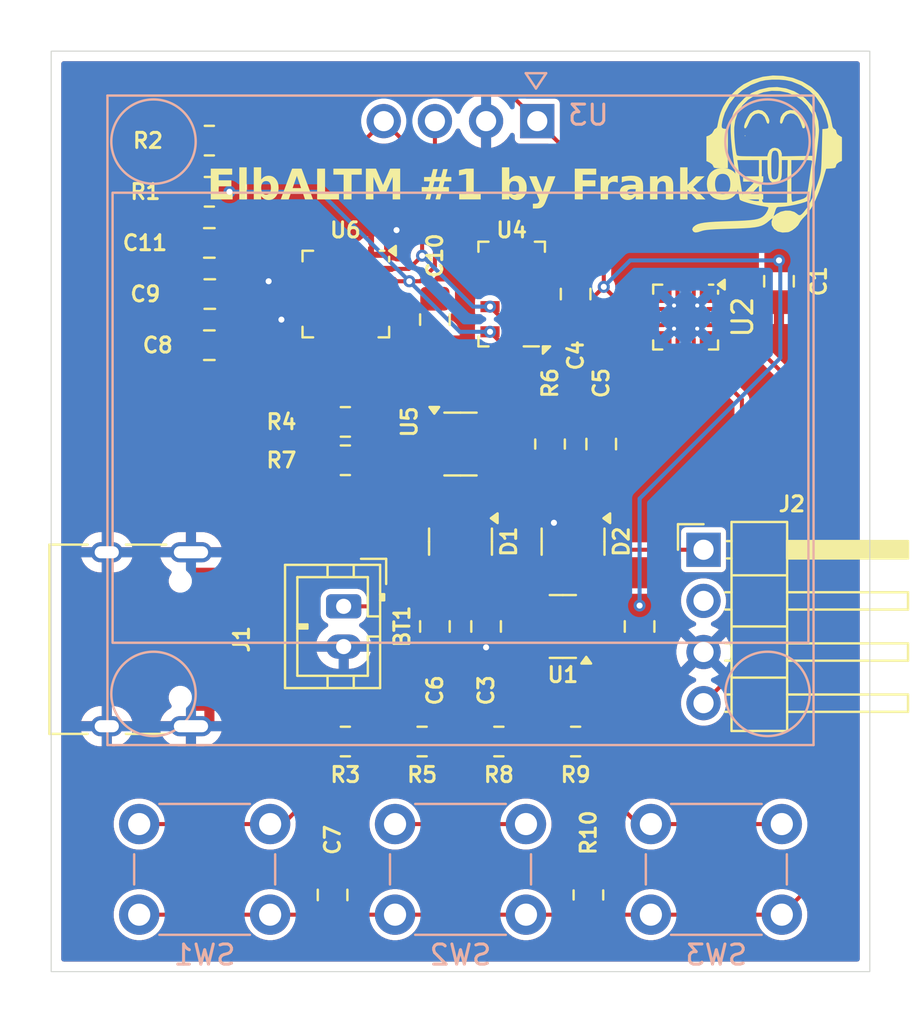
<source format=kicad_pcb>
(kicad_pcb (version 20241229) (generator "pcbnew") (generator_version "9.0")
  (title_block (title "ElbALTM 1") (date "2025-07-02") (rev "1.0") (company "ELB lab") (comment 4 "Altimetro portatile a batteria LiPo"))
  (layers (0 "F.Cu" signal) (2 "B.Cu" signal) (13 "F.Paste" user) (15 "B.Paste" user) (5 "F.SilkS" user "F.Silkscreen") (7 "B.SilkS" user "B.Silkscreen") (1 "F.Mask" user) (3 "B.Mask" user) (25 "Edge.Cuts" user))
  (net 0 "")
  (net 1 "VBATT")
  (net 2 "GND")
  (net 3 "+3V3")
  (net 4 "+5V")
  (net 5 "KEYB")
  (net 6 "Net-(R3-Pad1)")
  (net 7 "VBUS")
  (net 8 "STBATT")
  (net 9 "VDBG")
  (net 11 "SWIO")
  (net 20 "SCL")
  (net 21 "SDA")
  (net 22 "Net-(U5-PROG)")
  (net 23 "Net-(R5-Pad1)")
  (net 25 "Net-(R8-Pad1)")
  (net 26 "Net-(U6-REGOUT)")
  (net 27 "Net-(U6-CPOUT)")
  (net 28 "Net-(U6-VLOGIC)")
  (footprint "Resistor_SMD:R_0805_2012Metric_Pad1.20x1.40mm_HandSolder" (layer "F.Cu") (at 144.145 94.615 180)
    (property "Reference" "R4" (at 3.175 0 0) (layer "F.SilkS") (effects (font (size 0.75 0.75))))
    (property "Value" "10K")
    (pad "1" smd roundrect (at -1 0 180) (size 1.2 1.4) (layers "F.Cu" "F.Mask" "F.Paste") (roundrect_rratio 0.208333) (net 8 "STBATT"))
    (pad "2" smd roundrect (at 1 0 180) (size 1.2 1.4) (layers "F.Cu" "F.Mask" "F.Paste") (roundrect_rratio 0.208333) (net 3 "+3V3"))
  )
  (footprint "Resistor_SMD:R_0805_2012Metric_Pad1.20x1.40mm_HandSolder" (layer "F.Cu") (at 137.3925 83.185)
    (property "Reference" "R1" (at -3.175 0 0) (layer "F.SilkS") (effects (font (size 0.75 0.75))))
    (property "Value" "10K")
    (pad "1" smd roundrect (at -1 0) (size 1.2 1.4) (layers "F.Cu" "F.Mask" "F.Paste") (roundrect_rratio 0.208333) (net 3 "+3V3"))
    (pad "2" smd roundrect (at 1 0) (size 1.2 1.4) (layers "F.Cu" "F.Mask" "F.Paste") (roundrect_rratio 0.208333) (net 20 "SCL"))
  )
  (footprint "Capacitor_SMD:C_0805_2012Metric_Pad1.18x1.45mm_HandSolder" (layer "F.Cu") (at 143.51 118.11 90)
    (property "Reference" "C7" (at 1.905 0 90) (layer "F.SilkS") (effects (font (size 0.75 0.75)) (justify left)))
    (property "Value" "100nF")
    (pad "1" smd roundrect (at -1.0375 0 90) (size 1.175 1.45) (layers "F.Cu" "F.Mask" "F.Paste") (roundrect_rratio 0.212766) (net 5 "KEYB"))
    (pad "2" smd roundrect (at 1.0375 0 90) (size 1.175 1.45) (layers "F.Cu" "F.Mask" "F.Paste") (roundrect_rratio 0.212766) (net 2 "GND"))
  )
  (footprint "Capacitor_SMD:C_0805_2012Metric_Pad1.18x1.45mm_HandSolder" (layer "F.Cu") (at 137.3925 85.725 180)
    (property "Reference" "C11" (at 3.19808 0 0) (layer "F.SilkS") (effects (font (size 0.75 0.75))))
    (property "Value" "10nF")
    (pad "1" smd roundrect (at -1.0375 0 180) (size 1.175 1.45) (layers "F.Cu" "F.Mask" "F.Paste") (roundrect_rratio 0.212766) (net 28 "Net-(U6-VLOGIC)"))
    (pad "2" smd roundrect (at 1.0375 0 180) (size 1.175 1.45) (layers "F.Cu" "F.Mask" "F.Paste") (roundrect_rratio 0.212766) (net 2 "GND"))
  )
  (footprint "Resistor_SMD:R_0805_2012Metric_Pad1.20x1.40mm_HandSolder" (layer "F.Cu") (at 144.145 110.49 180)
    (property "Reference" "R3" (at 0 -1.65 0) (layer "F.SilkS") (effects (font (size 0.75 0.75))))
    (property "Value" "4K7")
    (pad "1" smd roundrect (at -1 0 180) (size 1.2 1.4) (layers "F.Cu" "F.Mask" "F.Paste") (roundrect_rratio 0.208333) (net 6 "Net-(R3-Pad1)"))
    (pad "2" smd roundrect (at 1 0 180) (size 1.2 1.4) (layers "F.Cu" "F.Mask" "F.Paste") (roundrect_rratio 0.208333) (net 3 "+3V3"))
  )
  (footprint "MyLibrary:HDO_very_small_bn" (layer "F.Cu") (at 165.1 81.28)
    (property "Reference" "LOGO1" (hide yes))
    (property "Value" "ELB lab" (hide yes))
  )
  (footprint "Package_LGA:LGA-8_3x5mm_P1.25mm" (layer "F.Cu") (at 152.4 88.265 180)
    (property "Reference" "U4" (at 0 3.175 0) (layer "F.SilkS") (effects (font (size 0.75 0.75))))
    (property "Value" "MS5611-01BA")
    (pad "1" smd rect (at -1.075 -1.875 180) (size 0.95 0.55) (layers "F.Cu" "F.Mask" "F.Paste") (net 3 "+3V3"))
    (pad "2" smd rect (at -1.075 -0.625 180) (size 0.95 0.55) (layers "F.Cu" "F.Mask" "F.Paste") (net 3 "+3V3"))
    (pad "3" smd rect (at -1.075 0.625 180) (size 0.95 0.55) (layers "F.Cu" "F.Mask" "F.Paste") (net 2 "GND"))
    (pad "4" smd rect (at -1.075 1.875 180) (size 0.95 0.55) (layers "F.Cu" "F.Mask" "F.Paste") (net 2 "GND"))
    (pad "5" smd rect (at 1.075 1.875 180) (size 0.95 0.55) (layers "F.Cu" "F.Mask" "F.Paste") (net 2 "GND"))
    (pad "6" smd rect (at 1.075 0.625 180) (size 0.95 0.55) (layers "F.Cu" "F.Mask" "F.Paste"))
    (pad "7" smd rect (at 1.075 -0.625 180) (size 0.95 0.55) (layers "F.Cu" "F.Mask" "F.Paste") (net 21 "SDA"))
    (pad "8" smd rect (at 1.075 -1.875 180) (size 0.95 0.55) (layers "F.Cu" "F.Mask" "F.Paste") (net 20 "SCL"))
  )
  (footprint "Resistor_SMD:R_0805_2012Metric_Pad1.20x1.40mm_HandSolder" (layer "F.Cu") (at 154.305 95.715 -90)
    (property "Reference" "R6" (at -3.0265 0 90) (layer "F.SilkS") (effects (font (size 0.75 0.75))))
    (property "Value" "1K0")
    (pad "1" smd roundrect (at -1 0 270) (size 1.2 1.4) (layers "F.Cu" "F.Mask" "F.Paste") (roundrect_rratio 0.208333) (net 22 "Net-(U5-PROG)"))
    (pad "2" smd roundrect (at 1 0 270) (size 1.2 1.4) (layers "F.Cu" "F.Mask" "F.Paste") (roundrect_rratio 0.208333) (net 2 "GND"))
  )
  (footprint "Capacitor_SMD:C_0805_2012Metric_Pad1.18x1.45mm_HandSolder" (layer "F.Cu") (at 137.41558 88.265 180)
    (property "Reference" "C9" (at 3.19808 0 0) (layer "F.SilkS") (effects (font (size 0.75 0.75))))
    (property "Value" "100nF")
    (pad "1" smd roundrect (at -1.0375 0 180) (size 1.175 1.45) (layers "F.Cu" "F.Mask" "F.Paste") (roundrect_rratio 0.212766) (net 26 "Net-(U6-REGOUT)"))
    (pad "2" smd roundrect (at 1.0375 0 180) (size 1.175 1.45) (layers "F.Cu" "F.Mask" "F.Paste") (roundrect_rratio 0.212766) (net 2 "GND"))
  )
  (footprint "Package_TO_SOT_SMD:SOT-23" (layer "F.Cu") (at 155.448 100.5625 -90)
    (property "Reference" "D2" (at 0 -2.4 90) (layer "F.SilkS") (effects (font (size 0.75 0.75))))
    (property "Value" "BAT54C")
    (pad "1" smd roundrect (at -0.9375 -0.95 270) (size 1.475 0.6) (layers "F.Cu" "F.Mask" "F.Paste") (net 9 "VDBG"))
    (pad "2" smd roundrect (at -0.9375 0.95 270) (size 1.475 0.6) (layers "F.Cu" "F.Mask" "F.Paste") (net 2 "GND"))
    (pad "3" smd roundrect (at 0.9375 0 270) (size 1.475 0.6) (layers "F.Cu" "F.Mask" "F.Paste") (net 4 "+5V"))
  )
  (footprint "Resistor_SMD:R_0805_2012Metric_Pad1.20x1.40mm_HandSolder" (layer "F.Cu") (at 155.575 110.49 180)
    (property "Reference" "R9" (at 0 -1.65 0) (layer "F.SilkS") (effects (font (size 0.75 0.75))))
    (property "Value" "4K7")
    (pad "1" smd roundrect (at -1 0 180) (size 1.2 1.4) (layers "F.Cu" "F.Mask" "F.Paste") (roundrect_rratio 0.208333) (net 2 "GND"))
    (pad "2" smd roundrect (at 1 0 180) (size 1.2 1.4) (layers "F.Cu" "F.Mask" "F.Paste") (roundrect_rratio 0.208333) (net 25 "Net-(R8-Pad1)"))
  )
  (footprint "Resistor_SMD:R_0805_2012Metric_Pad1.20x1.40mm_HandSolder" (layer "F.Cu") (at 144.145 96.52)
    (property "Reference" "R7" (at -3.175 0 0) (layer "F.SilkS") (effects (font (size 0.75 0.75))))
    (property "Value" "10K")
    (pad "1" smd roundrect (at -1 0) (size 1.2 1.4) (layers "F.Cu" "F.Mask" "F.Paste") (roundrect_rratio 0.208333) (net 2 "GND"))
    (pad "2" smd roundrect (at 1 0) (size 1.2 1.4) (layers "F.Cu" "F.Mask" "F.Paste") (roundrect_rratio 0.208333) (net 8 "STBATT"))
  )
  (footprint "Package_TO_SOT_SMD:SOT-23" (layer "F.Cu") (at 149.86 100.5625 -90)
    (property "Reference" "D1" (at 0 -2.4 90) (layer "F.SilkS") (effects (font (size 0.75 0.75))))
    (property "Value" "BAT54C")
    (pad "1" smd roundrect (at -0.9375 -0.95 270) (size 1.475 0.6) (layers "F.Cu" "F.Mask" "F.Paste") (net 7 "VBUS"))
    (pad "2" smd roundrect (at -0.9375 0.95 270) (size 1.475 0.6) (layers "F.Cu" "F.Mask" "F.Paste") (net 1 "VBATT"))
    (pad "3" smd roundrect (at 0.9375 0 270) (size 1.475 0.6) (layers "F.Cu" "F.Mask" "F.Paste") (net 4 "+5V"))
  )
  (footprint "Capacitor_SMD:C_0805_2012Metric_Pad1.18x1.45mm_HandSolder" (layer "F.Cu") (at 158.75 104.775 -90)
    (property "Reference" "C2" (hide yes))
    (property "Value" "10uF")
    (pad "1" smd roundrect (at -1.0375 0 270) (size 1.175 1.45) (layers "F.Cu" "F.Mask" "F.Paste") (roundrect_rratio 0.212766) (net 3 "+3V3"))
    (pad "2" smd roundrect (at 1.0375 0 270) (size 1.175 1.45) (layers "F.Cu" "F.Mask" "F.Paste") (roundrect_rratio 0.212766) (net 2 "GND"))
  )
  (footprint "Resistor_SMD:R_0805_2012Metric_Pad1.20x1.40mm_HandSolder" (layer "F.Cu") (at 151.765 110.49 180)
    (property "Reference" "R8" (at 0 -1.65 0) (layer "F.SilkS") (effects (font (size 0.75 0.75))))
    (property "Value" "4K7")
    (pad "1" smd roundrect (at -1 0 180) (size 1.2 1.4) (layers "F.Cu" "F.Mask" "F.Paste") (roundrect_rratio 0.208333) (net 25 "Net-(R8-Pad1)"))
    (pad "2" smd roundrect (at 1 0 180) (size 1.2 1.4) (layers "F.Cu" "F.Mask" "F.Paste") (roundrect_rratio 0.208333) (net 23 "Net-(R5-Pad1)"))
  )
  (footprint "Capacitor_SMD:C_0805_2012Metric_Pad1.18x1.45mm_HandSolder" (layer "F.Cu") (at 148.59 104.775 -90)
    (property "Reference" "C6" (at 3.175 0 90) (layer "F.SilkS") (effects (font (size 0.75 0.75))))
    (property "Value" "4.7uF")
    (pad "1" smd roundrect (at -1.0375 0 270) (size 1.175 1.45) (layers "F.Cu" "F.Mask" "F.Paste") (roundrect_rratio 0.212766) (net 1 "VBATT"))
    (pad "2" smd roundrect (at 1.0375 0 270) (size 1.175 1.45) (layers "F.Cu" "F.Mask" "F.Paste") (roundrect_rratio 0.212766) (net 2 "GND"))
  )
  (footprint "Package_TO_SOT_SMD:SOT-23-5" (layer "F.Cu") (at 149.86 95.715)
    (property "Reference" "U5" (at -2.54 -1.1 90) (layer "F.SilkS") (effects (font (size 0.75 0.75))))
    (property "Value" "MCP73832-2-OT")
    (pad "1" smd roundrect (at -1.1375 -0.95) (size 1.325 0.6) (layers "F.Cu" "F.Mask" "F.Paste") (net 8 "STBATT"))
    (pad "2" smd roundrect (at -1.1375 0) (size 1.325 0.6) (layers "F.Cu" "F.Mask" "F.Paste") (net 2 "GND"))
    (pad "3" smd roundrect (at -1.1375 0.95) (size 1.325 0.6) (layers "F.Cu" "F.Mask" "F.Paste") (net 1 "VBATT"))
    (pad "4" smd roundrect (at 1.1375 0.95) (size 1.325 0.6) (layers "F.Cu" "F.Mask" "F.Paste") (net 7 "VBUS"))
    (pad "5" smd roundrect (at 1.1375 -0.95) (size 1.325 0.6) (layers "F.Cu" "F.Mask" "F.Paste") (net 22 "Net-(U5-PROG)"))
  )
  (footprint "Package_DFN_QFN:QFN-20-1EP_3x3mm_P0.4mm_EP1.65x1.65mm_ThermalVias" (layer "F.Cu") (at 161.036 89.408 -90)
    (property "Reference" "U2" (at 0 -2.83 90) (layer "F.SilkS"))
    (property "Value" "CH32V002F4P6")
    (pad "1" smd roundrect (at -1.45 -0.8 270) (size 0.85 0.2) (layers "F.Cu" "F.Mask" "F.Paste"))
    (pad "2" smd roundrect (at -1.45 -0.4 270) (size 0.85 0.2) (layers "F.Cu" "F.Mask" "F.Paste"))
    (pad "3" smd roundrect (at -1.45 0 270) (size 0.85 0.2) (layers "F.Cu" "F.Mask" "F.Paste"))
    (pad "4" smd roundrect (at -1.45 0.4 270) (size 0.85 0.2) (layers "F.Cu" "F.Mask" "F.Paste") (net 2 "GND"))
    (pad "5" smd roundrect (at -1.45 0.8 270) (size 0.85 0.2) (layers "F.Cu" "F.Mask" "F.Paste"))
    (pad "6" smd roundrect (at -0.8 1.45 270) (size 0.2 0.85) (layers "F.Cu" "F.Mask" "F.Paste") (net 3 "+3V3"))
    (pad "7" smd roundrect (at -0.4 1.45 270) (size 0.2 0.85) (layers "F.Cu" "F.Mask" "F.Paste"))
    (pad "8" smd roundrect (at 0 1.45 270) (size 0.2 0.85) (layers "F.Cu" "F.Mask" "F.Paste") (net 21 "SDA"))
    (pad "9" smd roundrect (at 0.4 1.45 270) (size 0.2 0.85) (layers "F.Cu" "F.Mask" "F.Paste") (net 20 "SCL"))
    (pad "10" smd roundrect (at 0.8 1.45 270) (size 0.2 0.85) (layers "F.Cu" "F.Mask" "F.Paste"))
    (pad "11" smd roundrect (at 1.45 0.8 270) (size 0.85 0.2) (layers "F.Cu" "F.Mask" "F.Paste") (net 8 "STBATT"))
    (pad "12" smd roundrect (at 1.45 0.4 270) (size 0.85 0.2) (layers "F.Cu" "F.Mask" "F.Paste"))
    (pad "13" smd roundrect (at 1.45 0 270) (size 0.85 0.2) (layers "F.Cu" "F.Mask" "F.Paste"))
    (pad "14" smd roundrect (at 1.45 -0.4 270) (size 0.85 0.2) (layers "F.Cu" "F.Mask" "F.Paste"))
    (pad "15" smd roundrect (at 1.45 -0.8 270) (size 0.85 0.2) (layers "F.Cu" "F.Mask" "F.Paste") (net 11 "SWIO"))
    (pad "16" smd roundrect (at 0.8 -1.45 270) (size 0.2 0.85) (layers "F.Cu" "F.Mask" "F.Paste") (net 5 "KEYB"))
    (pad "17" smd roundrect (at 0.4 -1.45 270) (size 0.2 0.85) (layers "F.Cu" "F.Mask" "F.Paste"))
    (pad "18" smd roundrect (at 0 -1.45 270) (size 0.2 0.85) (layers "F.Cu" "F.Mask" "F.Paste"))
    (pad "19" smd roundrect (at -0.4 -1.45 270) (size 0.2 0.85) (layers "F.Cu" "F.Mask" "F.Paste"))
    (pad "20" smd roundrect (at -0.8 -1.45 270) (size 0.2 0.85) (layers "F.Cu" "F.Mask" "F.Paste"))
    (pad "21" thru_hole circle (at -0.575 -0.575 270) (size 0.5 0.5) (drill 0.2) (property pad_prop_heatsink) (layers "*.Cu") (net 2 "GND"))
    (pad "21" thru_hole circle (at -0.575 0.575 270) (size 0.5 0.5) (drill 0.2) (property pad_prop_heatsink) (layers "*.Cu") (net 2 "GND"))
    (pad "21" smd rect (at 0 0 270) (size 1.65 1.65) (property pad_prop_heatsink) (layers "F.Cu" "F.Mask") (net 2 "GND"))
    (pad "21" smd rect (at 0 0 270) (size 1.65 1.65) (property pad_prop_heatsink) (layers "B.Cu") (net 2 "GND"))
    (pad "21" thru_hole circle (at 0.575 -0.575 270) (size 0.5 0.5) (drill 0.2) (property pad_prop_heatsink) (layers "*.Cu") (net 2 "GND"))
    (pad "21" thru_hole circle (at 0.575 0.575 270) (size 0.5 0.5) (drill 0.2) (property pad_prop_heatsink) (layers "*.Cu") (net 2 "GND"))
  )
  (footprint "Capacitor_SMD:C_0805_2012Metric_Pad1.18x1.45mm_HandSolder" (layer "F.Cu") (at 137.3925 90.805)
    (property "Reference" "C8" (at -2.56308 0 0) (layer "F.SilkS") (effects (font (size 0.75 0.75))))
    (property "Value" "100nF")
    (pad "1" smd roundrect (at -1.0375 0) (size 1.175 1.45) (layers "F.Cu" "F.Mask" "F.Paste") (roundrect_rratio 0.212766) (net 2 "GND"))
    (pad "2" smd roundrect (at 1.0375 0) (size 1.175 1.45) (layers "F.Cu" "F.Mask" "F.Paste") (roundrect_rratio 0.212766) (net 3 "+3V3"))
  )
  (footprint "Capacitor_SMD:C_0805_2012Metric_Pad1.18x1.45mm_HandSolder" (layer "F.Cu") (at 165.67 87.63 -90)
    (property "Reference" "C1" (at 0 -1.97 90) (layer "F.SilkS") (effects (font (size 0.75 0.75))))
    (property "Value" "100nF")
    (pad "1" smd roundrect (at -1.0375 0 270) (size 1.175 1.45) (layers "F.Cu" "F.Mask" "F.Paste") (roundrect_rratio 0.212766) (net 3 "+3V3"))
    (pad "2" smd roundrect (at 1.0375 0 270) (size 1.175 1.45) (layers "F.Cu" "F.Mask" "F.Paste") (roundrect_rratio 0.212766) (net 2 "GND"))
  )
  (footprint "Capacitor_SMD:C_0805_2012Metric_Pad1.18x1.45mm_HandSolder" (layer "F.Cu") (at 155.575 88.265 -90)
    (property "Reference" "C4" (at 3.048 0 90) (layer "F.SilkS") (effects (font (size 0.75 0.75))))
    (property "Value" "100nF")
    (pad "1" smd roundrect (at -1.0375 0 270) (size 1.175 1.45) (layers "F.Cu" "F.Mask" "F.Paste") (roundrect_rratio 0.212766) (net 2 "GND"))
    (pad "2" smd roundrect (at 1.0375 0 270) (size 1.175 1.45) (layers "F.Cu" "F.Mask" "F.Paste") (roundrect_rratio 0.212766) (net 3 "+3V3"))
  )
  (footprint "Capacitor_SMD:C_0805_2012Metric_Pad1.18x1.45mm_HandSolder" (layer "F.Cu") (at 148.59 89.535 -90)
    (property "Reference" "C10" (at -3.175 0 90) (layer "F.SilkS") (effects (font (size 0.75 0.75))))
    (property "Value" "2.2nF")
    (pad "1" smd roundrect (at -1.0375 0 270) (size 1.175 1.45) (layers "F.Cu" "F.Mask" "F.Paste") (roundrect_rratio 0.212766) (net 27 "Net-(U6-CPOUT)"))
    (pad "2" smd roundrect (at 1.0375 0 270) (size 1.175 1.45) (layers "F.Cu" "F.Mask" "F.Paste") (roundrect_rratio 0.212766) (net 2 "GND"))
  )
  (footprint "Connector_USB:USB_C_Receptacle_HRO_TYPE-C-31-M-12" (layer "F.Cu") (at 133.35 105.41 -90)
    (property "Reference" "J1" (at 0 -5.645 90) (layer "F.SilkS") (effects (font (size 0.75 0.75))))
    (property "Value" "USB_C_Receptacle")
    (pad "" np_thru_hole circle (at -2.89 -2.6 270) (size 0.65 0.65) (drill 0.65) (layers "*.Cu" "*.Mask"))
    (pad "" np_thru_hole circle (at 2.89 -2.6 270) (size 0.65 0.65) (drill 0.65) (layers "*.Cu" "*.Mask"))
    (pad "A1" smd rect (at -3.25 -4.045 270) (size 0.6 1.45) (layers "F.Cu" "F.Mask" "F.Paste") (net 2 "GND"))
    (pad "A4" smd rect (at -2.45 -4.045 270) (size 0.6 1.45) (layers "F.Cu" "F.Mask" "F.Paste") (net 7 "VBUS"))
    (pad "A5" smd rect (at -1.25 -4.045 270) (size 0.3 1.45) (layers "F.Cu" "F.Mask" "F.Paste"))
    (pad "A6" smd rect (at -0.25 -4.045 270) (size 0.3 1.45) (layers "F.Cu" "F.Mask" "F.Paste"))
    (pad "A7" smd rect (at 0.25 -4.045 270) (size 0.3 1.45) (layers "F.Cu" "F.Mask" "F.Paste"))
    (pad "A8" smd rect (at 1.25 -4.045 270) (size 0.3 1.45) (layers "F.Cu" "F.Mask" "F.Paste"))
    (pad "A9" smd rect (at 2.45 -4.045 270) (size 0.6 1.45) (layers "F.Cu" "F.Mask" "F.Paste") (net 7 "VBUS"))
    (pad "A12" smd rect (at 3.25 -4.045 270) (size 0.6 1.45) (layers "F.Cu" "F.Mask" "F.Paste") (net 2 "GND"))
    (pad "B1" smd rect (at 3.25 -4.045 270) (size 0.6 1.45) (layers "F.Cu" "F.Mask" "F.Paste") (net 2 "GND"))
    (pad "B4" smd rect (at 2.45 -4.045 270) (size 0.6 1.45) (layers "F.Cu" "F.Mask" "F.Paste") (net 7 "VBUS"))
    (pad "B5" smd rect (at 1.75 -4.045 270) (size 0.3 1.45) (layers "F.Cu" "F.Mask" "F.Paste"))
    (pad "B6" smd rect (at 0.75 -4.045 270) (size 0.3 1.45) (layers "F.Cu" "F.Mask" "F.Paste"))
    (pad "B7" smd rect (at -0.75 -4.045 270) (size 0.3 1.45) (layers "F.Cu" "F.Mask" "F.Paste"))
    (pad "B8" smd rect (at -1.75 -4.045 270) (size 0.3 1.45) (layers "F.Cu" "F.Mask" "F.Paste"))
    (pad "B9" smd rect (at -2.45 -4.045 270) (size 0.6 1.45) (layers "F.Cu" "F.Mask" "F.Paste") (net 7 "VBUS"))
    (pad "B12" smd rect (at -3.25 -4.045 270) (size 0.6 1.45) (layers "F.Cu" "F.Mask" "F.Paste") (net 2 "GND"))
    (pad "S1" thru_hole oval (at -4.32 -3.13 270) (size 1 2.1) (drill oval 0.6 1.7) (property pad_prop_heatsink) (layers "*.Cu" "*.Mask") (net 2 "GND"))
    (pad "S1" thru_hole oval (at -4.32 1.05 270) (size 1 1.6) (drill oval 0.6 1.2) (property pad_prop_heatsink) (layers "*.Cu" "*.Mask") (net 2 "GND"))
    (pad "S1" thru_hole oval (at 4.32 -3.13 270) (size 1 2.1) (drill oval 0.6 1.7) (property pad_prop_heatsink) (layers "*.Cu" "*.Mask") (net 2 "GND"))
    (pad "S1" thru_hole oval (at 4.32 1.05 270) (size 1 1.6) (drill oval 0.6 1.2) (property pad_prop_heatsink) (layers "*.Cu" "*.Mask") (net 2 "GND"))
  )
  (footprint "Connector_PinHeader_2.54mm:PinHeader_1x04_P2.54mm_Horizontal" (layer "F.Cu") (at 161.925 100.965)
    (property "Reference" "J2" (at 4.385 -2.27 0) (layer "F.SilkS") (effects (font (size 0.75 0.75))))
    (property "Value" "DEBUG")
    (pad "1" thru_hole rect (at 0 0) (size 1.7 1.7) (drill 1) (layers "*.Cu" "*.Mask") (net 9 "VDBG"))
    (pad "2" thru_hole circle (at 0 2.54) (size 1.7 1.7) (drill 1) (layers "*.Cu" "*.Mask"))
    (pad "3" thru_hole circle (at 0 5.08) (size 1.7 1.7) (drill 1) (layers "*.Cu" "*.Mask") (net 2 "GND"))
    (pad "4" thru_hole circle (at 0 7.62) (size 1.7 1.7) (drill 1) (layers "*.Cu" "*.Mask") (net 11 "SWIO"))
  )
  (footprint "Resistor_SMD:R_0805_2012Metric_Pad1.20x1.40mm_HandSolder" (layer "F.Cu") (at 147.955 110.49 180)
    (property "Reference" "R5" (at 0 -1.65 0) (layer "F.SilkS") (effects (font (size 0.75 0.75))))
    (property "Value" "4K7")
    (pad "1" smd roundrect (at -1 0 180) (size 1.2 1.4) (layers "F.Cu" "F.Mask" "F.Paste") (roundrect_rratio 0.208333) (net 23 "Net-(R5-Pad1)"))
    (pad "2" smd roundrect (at 1 0 180) (size 1.2 1.4) (layers "F.Cu" "F.Mask" "F.Paste") (roundrect_rratio 0.208333) (net 6 "Net-(R3-Pad1)"))
  )
  (footprint "Resistor_SMD:R_0805_2012Metric_Pad1.20x1.40mm_HandSolder" (layer "F.Cu") (at 156.21 118.11 -90)
    (property "Reference" "R10" (at -1.905 0 90) (layer "F.SilkS") (effects (font (size 0.75 0.75)) (justify left)))
    (property "Value" "1M0")
    (pad "1" smd roundrect (at -1 0 270) (size 1.2 1.4) (layers "F.Cu" "F.Mask" "F.Paste") (roundrect_rratio 0.208333) (net 2 "GND"))
    (pad "2" smd roundrect (at 1 0 270) (size 1.2 1.4) (layers "F.Cu" "F.Mask" "F.Paste") (roundrect_rratio 0.208333) (net 5 "KEYB"))
  )
  (footprint "Resistor_SMD:R_0805_2012Metric_Pad1.20x1.40mm_HandSolder" (layer "F.Cu") (at 137.3925 80.645)
    (property "Reference" "R2" (at -3.048 0 0) (layer "F.SilkS") (effects (font (size 0.75 0.75))))
    (property "Value" "10K")
    (pad "1" smd roundrect (at -1 0) (size 1.2 1.4) (layers "F.Cu" "F.Mask" "F.Paste") (roundrect_rratio 0.208333) (net 3 "+3V3"))
    (pad "2" smd roundrect (at 1 0) (size 1.2 1.4) (layers "F.Cu" "F.Mask" "F.Paste") (roundrect_rratio 0.208333) (net 21 "SDA"))
  )
  (footprint "Capacitor_SMD:C_0805_2012Metric_Pad1.18x1.45mm_HandSolder" (layer "F.Cu") (at 151.13 104.775 -90)
    (property "Reference" "C3" (at 3.175 0 90) (layer "F.SilkS") (effects (font (size 0.75 0.75))))
    (property "Value" "100nF")
    (pad "1" smd roundrect (at -1.0375 0 270) (size 1.175 1.45) (layers "F.Cu" "F.Mask" "F.Paste") (roundrect_rratio 0.212766) (net 4 "+5V"))
    (pad "2" smd roundrect (at 1.0375 0 270) (size 1.175 1.45) (layers "F.Cu" "F.Mask" "F.Paste") (roundrect_rratio 0.212766) (net 2 "GND"))
  )
  (footprint "Sensor_Motion:InvenSense_QFN-24_4x4mm_P0.5mm" (layer "F.Cu") (at 144.16808 88.265 -90)
    (property "Reference" "U6" (at -3.175 0.02308 180) (layer "F.SilkS") (effects (font (size 0.75 0.75))))
    (property "Value" "MPU-6050")
    (pad "1" smd roundrect (at -1.95 -1.25 270) (size 0.85 0.3) (layers "F.Cu" "F.Mask" "F.Paste") (net 2 "GND"))
    (pad "2" smd roundrect (at -1.95 -0.75 270) (size 0.85 0.3) (layers "F.Cu" "F.Mask" "F.Paste"))
    (pad "3" smd roundrect (at -1.95 -0.25 270) (size 0.85 0.3) (layers "F.Cu" "F.Mask" "F.Paste"))
    (pad "4" smd roundrect (at -1.95 0.25 270) (size 0.85 0.3) (layers "F.Cu" "F.Mask" "F.Paste"))
    (pad "5" smd roundrect (at -1.95 0.75 270) (size 0.85 0.3) (layers "F.Cu" "F.Mask" "F.Paste"))
    (pad "6" smd roundrect (at -1.95 1.25 270) (size 0.85 0.3) (layers "F.Cu" "F.Mask" "F.Paste"))
    (pad "7" smd roundrect (at -1.25 1.95) (size 0.85 0.3) (layers "F.Cu" "F.Mask" "F.Paste"))
    (pad "8" smd roundrect (at -0.75 1.95) (size 0.85 0.3) (layers "F.Cu" "F.Mask" "F.Paste") (net 28 "Net-(U6-VLOGIC)"))
    (pad "9" smd roundrect (at -0.25 1.95) (size 0.85 0.3) (layers "F.Cu" "F.Mask" "F.Paste") (net 2 "GND"))
    (pad "10" smd roundrect (at 0.25 1.95) (size 0.85 0.3) (layers "F.Cu" "F.Mask" "F.Paste") (net 26 "Net-(U6-REGOUT)"))
    (pad "11" smd roundrect (at 0.75 1.95) (size 0.85 0.3) (layers "F.Cu" "F.Mask" "F.Paste") (net 2 "GND"))
    (pad "12" smd roundrect (at 1.25 1.95) (size 0.85 0.3) (layers "F.Cu" "F.Mask" "F.Paste"))
    (pad "13" smd roundrect (at 1.95 1.25 270) (size 0.85 0.3) (layers "F.Cu" "F.Mask" "F.Paste") (net 3 "+3V3"))
    (pad "14" smd roundrect (at 1.95 0.75 270) (size 0.85 0.3) (layers "F.Cu" "F.Mask" "F.Paste"))
    (pad "15" smd roundrect (at 1.95 0.25 270) (size 0.85 0.3) (layers "F.Cu" "F.Mask" "F.Paste"))
    (pad "16" smd roundrect (at 1.95 -0.25 270) (size 0.85 0.3) (layers "F.Cu" "F.Mask" "F.Paste"))
    (pad "17" smd roundrect (at 1.95 -0.75 270) (size 0.85 0.3) (layers "F.Cu" "F.Mask" "F.Paste"))
    (pad "18" smd roundrect (at 1.95 -1.25 270) (size 0.85 0.3) (layers "F.Cu" "F.Mask" "F.Paste") (net 2 "GND"))
    (pad "19" smd roundrect (at 1.25 -1.95) (size 0.85 0.3) (layers "F.Cu" "F.Mask" "F.Paste"))
    (pad "20" smd roundrect (at 0.75 -1.95) (size 0.85 0.3) (layers "F.Cu" "F.Mask" "F.Paste") (net 27 "Net-(U6-CPOUT)"))
    (pad "21" smd roundrect (at 0.25 -1.95) (size 0.85 0.3) (layers "F.Cu" "F.Mask" "F.Paste"))
    (pad "22" smd roundrect (at -0.25 -1.95) (size 0.85 0.3) (layers "F.Cu" "F.Mask" "F.Paste"))
    (pad "23" smd roundrect (at -0.75 -1.95) (size 0.85 0.3) (layers "F.Cu" "F.Mask" "F.Paste") (net 20 "SCL"))
    (pad "24" smd roundrect (at -1.25 -1.95) (size 0.85 0.3) (layers "F.Cu" "F.Mask" "F.Paste") (net 21 "SDA"))
    (zone (net 0) (net_name "") (layer "F.Cu") (connect_pads (clearance 0)) (min_thickness 0.254)
      (keepout (tracks not_allowed) (vias not_allowed) (pads not_allowed) (copperpour not_allowed) (footprints allowed))
      (fill (thermal_gap 0.508) (thermal_bridge_width 0.508))
      (polygon (pts (xy 145.49308 86.89) (xy 145.49308 89.64) (xy 142.84308 89.64) (xy 142.84308 86.89)))
    )
  )
  (footprint "Package_TO_SOT_SMD:SOT-23" (layer "F.Cu") (at 154.94 104.775 180)
    (property "Reference" "U1" (at 0 -2.4 0) (layer "F.SilkS") (effects (font (size 0.75 0.75))))
    (property "Value" "MCP1703Ax-330xxTT")
    (pad "1" smd roundrect (at -0.9375 -0.95 180) (size 1.475 0.6) (layers "F.Cu" "F.Mask" "F.Paste") (net 2 "GND"))
    (pad "2" smd roundrect (at -0.9375 0.95 180) (size 1.475 0.6) (layers "F.Cu" "F.Mask" "F.Paste") (net 3 "+3V3"))
    (pad "3" smd roundrect (at 0.9375 0 180) (size 1.475 0.6) (layers "F.Cu" "F.Mask" "F.Paste") (net 4 "+5V"))
  )
  (footprint "Connector_JST:JST_PH_B2B-PH-K_1x02_P2.00mm_Vertical" (layer "F.Cu") (at 144.06 103.775 -90)
    (property "Reference" "BT1" (at 1 -2.9 90) (layer "F.SilkS") (effects (font (size 0.75 0.75))))
    (property "Value" "Battery")
    (pad "1" thru_hole roundrect (at 0 0 270) (size 1.2 1.75) (drill 0.75) (layers "*.Cu" "*.Mask") (roundrect_rratio 0.208333) (net 1 "VBATT"))
    (pad "2" thru_hole oval (at 2 0 270) (size 1.2 1.75) (drill 0.75) (layers "*.Cu" "*.Mask") (net 2 "GND"))
  )
  (footprint "Capacitor_SMD:C_0805_2012Metric_Pad1.18x1.45mm_HandSolder" (layer "F.Cu") (at 156.845 95.715 90)
    (property "Reference" "C5" (at 3.0265 0 90) (layer "F.SilkS") (effects (font (size 0.75 0.75))))
    (property "Value" "4.7uF")
    (pad "1" smd roundrect (at -1.0375 0 90) (size 1.175 1.45) (layers "F.Cu" "F.Mask" "F.Paste") (roundrect_rratio 0.212766) (net 7 "VBUS"))
    (pad "2" smd roundrect (at 1.0375 0 90) (size 1.175 1.45) (layers "F.Cu" "F.Mask" "F.Paste") (roundrect_rratio 0.212766) (net 2 "GND"))
  )
  (footprint "Button_Switch_THT:SW_PUSH_6mm_H5mm" (layer "B.Cu") (at 133.91 119.09)
    (property "Reference" "SW1" (at 3.25 2 0) (layer "B.SilkS") (effects (justify mirror)))
    (property "Value" "BUTT1")
    (pad "1" thru_hole circle (at 0 0 270) (size 2 2) (drill 1.1) (layers "*.Cu" "*.Mask") (net 5 "KEYB"))
    (pad "1" thru_hole circle (at 6.5 0 270) (size 2 2) (drill 1.1) (layers "*.Cu" "*.Mask") (net 5 "KEYB"))
    (pad "2" thru_hole circle (at 0 -4.5 270) (size 2 2) (drill 1.1) (layers "*.Cu" "*.Mask") (net 6 "Net-(R3-Pad1)"))
    (pad "2" thru_hole circle (at 6.5 -4.5 270) (size 2 2) (drill 1.1) (layers "*.Cu" "*.Mask") (net 6 "Net-(R3-Pad1)"))
  )
  (footprint "Button_Switch_THT:SW_PUSH_6mm_H5mm" (layer "B.Cu") (at 159.31 119.09)
    (property "Reference" "SW3" (at 3.25 2 180) (layer "B.SilkS") (effects (justify mirror)))
    (property "Value" "BUTT1")
    (pad "1" thru_hole circle (at 0 0 270) (size 2 2) (drill 1.1) (layers "*.Cu" "*.Mask") (net 5 "KEYB"))
    (pad "1" thru_hole circle (at 6.5 0 270) (size 2 2) (drill 1.1) (layers "*.Cu" "*.Mask") (net 5 "KEYB"))
    (pad "2" thru_hole circle (at 0 -4.5 270) (size 2 2) (drill 1.1) (layers "*.Cu" "*.Mask") (net 25 "Net-(R8-Pad1)"))
    (pad "2" thru_hole circle (at 6.5 -4.5 270) (size 2 2) (drill 1.1) (layers "*.Cu" "*.Mask") (net 25 "Net-(R8-Pad1)"))
  )
  (footprint "OLED:oled128x64_wo_holes" (layer "B.Cu") (at 149.86 79.6765 180)
    (property "Reference" "U3" (at -6.35 0.3015 0) (layer "B.SilkS") (effects (justify mirror)))
    (property "Value" "OLED 128x64")
    (pad "1" thru_hole rect (at -3.81 0 90) (size 1.7 1.7) (drill 1) (layers "*.Cu" "*.Mask") (net 3 "+3V3"))
    (pad "2" thru_hole oval (at -1.27 0 90) (size 1.7 1.7) (drill 1) (layers "*.Cu" "*.Mask") (net 2 "GND"))
    (pad "3" thru_hole oval (at 1.27 0 90) (size 1.7 1.7) (drill 1) (layers "*.Cu" "*.Mask") (net 20 "SCL"))
    (pad "4" thru_hole oval (at 3.81 0 90) (size 1.7 1.7) (drill 1) (layers "*.Cu" "*.Mask") (net 21 "SDA"))
  )
  (footprint "Button_Switch_THT:SW_PUSH_6mm_H5mm" (layer "B.Cu") (at 146.61 119.09)
    (property "Reference" "SW2" (at 3.25 2 0) (layer "B.SilkS") (effects (justify mirror)))
    (property "Value" "BUTT1")
    (pad "1" thru_hole circle (at 0 0 270) (size 2 2) (drill 1.1) (layers "*.Cu" "*.Mask") (net 5 "KEYB"))
    (pad "1" thru_hole circle (at 6.5 0 270) (size 2 2) (drill 1.1) (layers "*.Cu" "*.Mask") (net 5 "KEYB"))
    (pad "2" thru_hole circle (at 0 -4.5 270) (size 2 2) (drill 1.1) (layers "*.Cu" "*.Mask") (net 23 "Net-(R5-Pad1)"))
    (pad "2" thru_hole circle (at 6.5 -4.5 270) (size 2 2) (drill 1.1) (layers "*.Cu" "*.Mask") (net 23 "Net-(R5-Pad1)"))
  )
  (gr_rect (start 129.54 76.2) (end 170.18 121.92) (stroke (width 0.05)) (fill no) (layer "Edge.Cuts"))
  (gr_text "ElbALTM #1 by FrankOz" (at 151.13 83.82 0) (layer "F.SilkS") (effects (font (size 1.5 1.5) (thickness 0.2) (bold yes)) (justify bottom)))
  (segment (start 148.15 103.775) (end 144.06 103.775) (width 0.2) (layer "F.Cu") (net 1))
  (segment (start 148.59 99.945) (end 148.91 99.625) (width 0.2) (layer "F.Cu") (net 1))
  (segment (start 148.7225 99.4375) (end 148.7225 96.665) (width 0.2) (layer "F.Cu") (net 1))
  (segment (start 148.59 103.7375) (end 148.59 99.945) (width 0.2) (layer "F.Cu") (net 1))
  (segment (start 145.41808 90.215) (end 145.77558 90.5725) (width 0.2) (layer "F.Cu") (net 2))
  (segment (start 160.636 87.958) (end 160.636 88.658) (width 0.2) (layer "F.Cu") (net 2))
  (segment (start 145.77558 90.5725) (end 148.59 90.5725) (width 0.2) (layer "F.Cu") (net 2))
  (segment (start 148.59 105.8125) (end 144.0975 105.8125) (width 0.2) (layer "F.Cu") (net 2))
  (segment (start 141.49 89.015) (end 140.97 89.535) (width 0.2) (layer "F.Cu") (net 2))
  (segment (start 142.21808 88.015) (end 140.72 88.015) (width 0.2) (layer "F.Cu") (net 2))
  (segment (start 142.21808 89.015) (end 141.49 89.015) (width 0.2) (layer "F.Cu") (net 2))
  (segment (start 160.636 88.658) (end 160.461 88.833) (width 0.2) (layer "F.Cu") (net 2))
  (segment (start 140.72 88.015) (end 140.335 87.63) (width 0.2) (layer "F.Cu") (net 2))
  (via (at 140.335 87.63) (size 0.6) (drill 0.3) (layers "F.Cu" "B.Cu") (net 2))
  (via (at 151.13 105.8125) (size 0.6) (drill 0.3) (layers "F.Cu" "B.Cu") (net 2))
  (via (at 146.685 85.09) (size 0.6) (drill 0.3) (layers "F.Cu" "B.Cu") (net 2))
  (via (at 140.97 89.535) (size 0.6) (drill 0.3) (layers "F.Cu" "B.Cu") (net 2))
  (via (at 154.498 99.625) (size 0.6) (drill 0.3) (layers "F.Cu" "B.Cu") (net 2))
  (segment (start 136.3925 83.185) (end 137.3925 84.185) (width 0.2) (layer "F.Cu") (net 3))
  (segment (start 143.145 94.615) (end 143.145 91.62192) (width 0.2) (layer "F.Cu") (net 3))
  (segment (start 145.05 108.585) (end 151.638032 108.585) (width 0.2) (layer "F.Cu") (net 3))
  (segment (start 154.7375 90.14) (end 155.575 89.3025) (width 0.2) (layer "F.Cu") (net 3))
  (segment (start 151.638032 108.585) (end 155.8775 104.345532) (width 0.2) (layer "F.Cu") (net 3))
  (segment (start 137.3925 84.185) (end 137.3925 89.7675) (width 0.2) (layer "F.Cu") (net 3))
  (segment (start 136.3925 80.375) (end 136.3925 80.645) (width 0.2) (layer "F.Cu") (net 3))
  (segment (start 142.32808 90.805) (end 142.91808 90.215) (width 0.2) (layer "F.Cu") (net 3))
  (segment (start 137.3925 89.7675) (end 138.43 90.805) (width 0.2) (layer "F.Cu") (net 3))
  (segment (start 156.972 82.9785) (end 153.67 79.6765) (width 0.2) (layer "F.Cu") (net 3))
  (segment (start 157.6745 88.608) (end 156.972 87.9055) (width 0.2) (layer "F.Cu") (net 3))
  (segment (start 155.8775 103.825) (end 158.6625 103.825) (width 0.2) (layer "F.Cu") (net 3))
  (segment (start 159.586 88.608) (end 157.6745 88.608) (width 0.2) (layer "F.Cu") (net 3))
  (segment (start 136.3925 80.645) (end 136.3925 83.185) (width 0.2) (layer "F.Cu") (net 3))
  (segment (start 153.67 79.6765) (end 152.0985 78.105) (width 0.2) (layer "F.Cu") (net 3))
  (segment (start 143.145 91.62192) (end 142.32808 90.805) (width 0.2) (layer "F.Cu") (net 3))
  (segment (start 155.8775 104.345532) (end 155.8775 103.825) (width 0.2) (layer "F.Cu") (net 3))
  (segment (start 143.145 110.49) (end 145.05 108.585) (width 0.2) (layer "F.Cu") (net 3))
  (segment (start 153.475 88.89) (end 153.475 90.14) (width 0.2) (layer "F.Cu") (net 3))
  (segment (start 155.575 89.3025) (end 156.972 87.9055) (width 0.2) (layer "F.Cu") (net 3))
  (segment (start 153.475 90.14) (end 154.7375 90.14) (width 0.2) (layer "F.Cu") (net 3))
  (segment (start 138.9325 78.105) (end 136.3925 80.645) (width 0.2) (layer "F.Cu") (net 3))
  (segment (start 156.972 87.9055) (end 156.972 84.836) (width 0.2) (layer "F.Cu") (net 3))
  (segment (start 156.972 84.836) (end 156.972 82.9785) (width 0.2) (layer "F.Cu") (net 3))
  (segment (start 152.0985 78.105) (end 138.9325 78.105) (width 0.2) (layer "F.Cu") (net 3))
  (segment (start 138.43 90.805) (end 142.32808 90.805) (width 0.2) (layer "F.Cu") (net 3))
  (via (at 165.67 86.5925) (size 0.6) (drill 0.3) (layers "F.Cu" "B.Cu") (net 3))
  (via (at 156.972 87.9055) (size 0.6) (drill 0.3) (layers "F.Cu" "B.Cu") (net 3))
  (via (at 158.75 103.7375) (size 0.6) (drill 0.3) (layers "F.Cu" "B.Cu") (net 3))
  (segment (start 165.735 91.44) (end 165.735 86.6575) (width 0.2) (layer "B.Cu") (net 3))
  (segment (start 158.285 86.5925) (end 156.972 87.9055) (width 0.2) (layer "B.Cu") (net 3))
  (segment (start 158.75 103.7375) (end 158.75 98.425) (width 0.2) (layer "B.Cu") (net 3))
  (segment (start 158.75 98.425) (end 165.735 91.44) (width 0.2) (layer "B.Cu") (net 3))
  (segment (start 165.67 86.5925) (end 158.285 86.5925) (width 0.2) (layer "B.Cu") (net 3))
  (segment (start 165.735 86.6575) (end 165.67 86.5925) (width 0.2) (layer "B.Cu") (net 3))
  (segment (start 155.448 102.875032) (end 154.305 104.018032) (width 0.2) (layer "F.Cu") (net 4))
  (segment (start 154.305 104.4725) (end 154.0025 104.775) (width 0.2) (layer "F.Cu") (net 4))
  (segment (start 149.86 102.4675) (end 151.13 103.7375) (width 0.2) (layer "F.Cu") (net 4))
  (segment (start 151.13 103.7375) (end 152.1675 104.775) (width 0.2) (layer "F.Cu") (net 4))
  (segment (start 154.305 104.018032) (end 154.305 104.4725) (width 0.2) (layer "F.Cu") (net 4))
  (segment (start 152.1675 104.775) (end 154.0025 104.775) (width 0.2) (layer "F.Cu") (net 4))
  (segment (start 155.448 101.5) (end 155.448 102.875032) (width 0.2) (layer "F.Cu") (net 4))
  (segment (start 149.86 101.5) (end 149.86 102.4675) (width 0.2) (layer "F.Cu") (net 4))
  (segment (start 140.41 119.09) (end 146.61 119.09) (width 0.2) (layer "F.Cu") (net 5))
  (segment (start 163.868 90.208) (end 167.64 93.98) (width 0.2) (layer "F.Cu") (net 5))
  (segment (start 146.61 119.09) (end 153.11 119.09) (width 0.2) (layer "F.Cu") (net 5))
  (segment (start 162.486 90.208) (end 163.868 90.208) (width 0.2) (layer "F.Cu") (net 5))
  (segment (start 167.64 117.26) (end 165.81 119.09) (width 0.2) (layer "F.Cu") (net 5))
  (segment (start 159.31 119.09) (end 165.81 119.09) (width 0.2) (layer "F.Cu") (net 5))
  (segment (start 167.64 93.98) (end 167.64 117.26) (width 0.2) (layer "F.Cu") (net 5))
  (segment (start 153.11 119.09) (end 159.31 119.09) (width 0.2) (layer "F.Cu") (net 5))
  (segment (start 133.91 119.09) (end 140.41 119.09) (width 0.2) (layer "F.Cu") (net 5))
  (segment (start 146.955 110.49) (end 145.145 110.49) (width 0.2) (layer "F.Cu") (net 6))
  (segment (start 133.91 114.59) (end 140.41 114.59) (width 0.2) (layer "F.Cu") (net 6))
  (segment (start 145.145 110.49) (end 141.045 114.59) (width 0.2) (layer "F.Cu") (net 6))
  (segment (start 150.81 99.625) (end 150.355532 99.625) (width 0.2) (layer "F.Cu") (net 7))
  (segment (start 150.9975 97.6243) (end 150.9975 96.665) (width 0.2) (layer "F.Cu") (net 7))
  (segment (start 135.89 103.688) (end 135.89 107.28) (width 0.2) (layer "F.Cu") (net 7))
  (segment (start 136.618 102.96) (end 135.89 103.688) (width 0.2) (layer "F.Cu") (net 7))
  (segment (start 149.86 106.68) (end 148.68 107.86) (width 0.2) (layer "F.Cu") (net 7))
  (segment (start 150.355532 99.625) (end 149.225 100.755532) (width 0.2) (layer "F.Cu") (net 7))
  (segment (start 148.68 107.86) (end 137.395 107.86) (width 0.2) (layer "F.Cu") (net 7))
  (segment (start 149.86 103.40884) (end 149.86 106.68) (width 0.2) (layer "F.Cu") (net 7))
  (segment (start 149.225 102.77384) (end 149.86 103.40884) (width 0.2) (layer "F.Cu") (net 7))
  (segment (start 149.225 100.755532) (end 149.225 102.77384) (width 0.2) (layer "F.Cu") (net 7))
  (segment (start 135.89 107.28) (end 136.47 107.86) (width 0.2) (layer "F.Cu") (net 7))
  (segment (start 136.47 107.86) (end 137.395 107.86) (width 0.2) (layer "F.Cu") (net 7))
  (segment (start 137.395 102.96) (end 136.618 102.96) (width 0.2) (layer "F.Cu") (net 7))
  (segment (start 150.9975 97.6243) (end 155.9732 97.6243) (width 0.2) (layer "F.Cu") (net 7))
  (segment (start 150.9975 99.4375) (end 150.9975 97.6243) (width 0.2) (layer "F.Cu") (net 7))
  (segment (start 155.9732 97.6243) (end 156.845 96.7525) (width 0.2) (layer "F.Cu") (net 7))
  (segment (start 145.145 94.615) (end 145.145 96.52) (width 0.2) (layer "F.Cu") (net 8))
  (segment (start 160.236 91.732) (end 159.004 92.964) (width 0.2) (layer "F.Cu") (net 8))
  (segment (start 160.236 90.858) (end 160.236 91.732) (width 0.2) (layer "F.Cu") (net 8))
  (segment (start 148.7225 94.765) (end 145.295 94.765) (width 0.2) (layer "F.Cu") (net 8))
  (segment (start 150.5235 92.964) (end 148.7225 94.765) (width 0.2) (layer "F.Cu") (net 8))
  (segment (start 159.004 92.964) (end 150.5235 92.964) (width 0.2) (layer "F.Cu") (net 8))
  (segment (start 157.738 100.965) (end 161.925 100.965) (width 0.2) (layer "F.Cu") (net 9))
  (segment (start 156.398 99.625) (end 157.738 100.965) (width 0.2) (layer "F.Cu") (net 9))
  (segment (start 163.83 93.503) (end 163.83 106.68) (width 0.2) (layer "F.Cu") (net 11))
  (segment (start 161.836 91.509) (end 163.83 93.503) (width 0.2) (layer "F.Cu") (net 11))
  (segment (start 161.836 90.858) (end 161.836 91.509) (width 0.2) (layer "F.Cu") (net 11))
  (segment (start 163.83 106.68) (end 161.925 108.585) (width 0.2) (layer "F.Cu") (net 11))
  (segment (start 146.11808 87.515) (end 146.57 87.515) (width 0.2) (layer "F.Cu") (net 20))
  (segment (start 147.32 87.63) (end 147.85884 87.63) (width 0.2) (layer "F.Cu") (net 20))
  (segment (start 146.685 87.63) (end 147.32 87.63) (width 0.2) (layer "F.Cu") (net 20))
  (segment (start 157.530314 89.808) (end 155.898314 91.44) (width 0.2) (layer "F.Cu") (net 20))
  (segment (start 148.59 86.89884) (end 148.59 79.6765) (width 0.2) (layer "F.Cu") (net 20))
  (segment (start 155.898314 91.44) (end 152.625 91.44) (width 0.2) (layer "F.Cu") (net 20))
  (segment (start 147.85884 87.63) (end 148.59 86.89884) (width 0.2) (layer "F.Cu") (net 20))
  (segment (start 146.57 87.515) (end 146.685 87.63) (width 0.2) (layer "F.Cu") (net 20))
  (segment (start 152.625 91.44) (end 151.325 90.14) (width 0.2) (layer "F.Cu") (net 20))
  (segment (start 159.586 89.808) (end 157.530314 89.808) (width 0.2) (layer "F.Cu") (net 20))
  (via (at 147.32 87.63) (size 0.6) (drill 0.3) (layers "F.Cu" "B.Cu") (net 20))
  (via (at 138.3925 83.185) (size 0.6) (drill 0.3) (layers "F.Cu" "B.Cu") (net 20))
  (via (at 151.325 90.14) (size 0.6) (drill 0.3) (layers "F.Cu" "B.Cu") (net 20))
  (segment (start 149.83 90.14) (end 147.32 87.63) (width 0.2) (layer "B.Cu") (net 20))
  (segment (start 142.875 83.185) (end 138.3925 83.185) (width 0.2) (layer "B.Cu") (net 20))
  (segment (start 151.325 90.14) (end 149.83 90.14) (width 0.2) (layer "B.Cu") (net 20))
  (segment (start 147.32 87.63) (end 142.875 83.185) (width 0.2) (layer "B.Cu") (net 20))
  (segment (start 145.0815 80.645) (end 138.3925 80.645) (width 0.2) (layer "F.Cu") (net 21))
  (segment (start 152.4 90.417) (end 152.4 89.965) (width 0.2) (layer "F.Cu") (net 21))
  (segment (start 147.3 87.015) (end 147.955 86.36) (width 0.2) (layer "F.Cu") (net 21))
  (segment (start 152.4 89.965) (end 151.325 88.89) (width 0.2) (layer "F.Cu") (net 21))
  (segment (start 157.364628 89.408) (end 155.840628 90.932) (width 0.2) (layer "F.Cu") (net 21))
  (segment (start 152.915 90.932) (end 152.4 90.417) (width 0.2) (layer "F.Cu") (net 21))
  (segment (start 159.586 89.408) (end 157.364628 89.408) (width 0.2) (layer "F.Cu") (net 21))
  (segment (start 146.11808 87.015) (end 147.3 87.015) (width 0.2) (layer "F.Cu") (net 21))
  (segment (start 147.955 81.5815) (end 147.955 86.36) (width 0.2) (layer "F.Cu") (net 21))
  (segment (start 155.840628 90.932) (end 152.915 90.932) (width 0.2) (layer "F.Cu") (net 21))
  (segment (start 146.05 79.6765) (end 147.955 81.5815) (width 0.2) (layer "F.Cu") (net 21))
  (segment (start 146.05 79.6765) (end 145.0815 80.645) (width 0.2) (layer "F.Cu") (net 21))
  (via (at 151.325 88.89) (size 0.6) (drill 0.3) (layers "F.Cu" "B.Cu") (net 21))
  (via (at 147.955 86.36) (size 0.6) (drill 0.3) (layers "F.Cu" "B.Cu") (net 21))
  (segment (start 150.485 88.89) (end 147.955 86.36) (width 0.2) (layer "B.Cu") (net 21))
  (segment (start 151.325 88.89) (end 150.485 88.89) (width 0.2) (layer "B.Cu") (net 21))
  (segment (start 150.9975 94.765) (end 154.255 94.765) (width 0.2) (layer "F.Cu") (net 22))
  (segment (start 149.86 114.59) (end 149.86 111.395) (width 0.2) (layer "F.Cu") (net 23))
  (segment (start 149.86 114.59) (end 153.11 114.59) (width 0.2) (layer "F.Cu") (net 23))
  (segment (start 149.86 111.395) (end 148.955 110.49) (width 0.2) (layer "F.Cu") (net 23))
  (segment (start 146.61 114.59) (end 149.86 114.59) (width 0.2) (layer "F.Cu") (net 23))
  (segment (start 149.86 111.395) (end 150.765 110.49) (width 0.2) (layer "F.Cu") (net 23))
  (segment (start 154.575 110.49) (end 158.675 114.59) (width 0.2) (layer "F.Cu") (net 25))
  (segment (start 159.31 114.59) (end 165.81 114.59) (width 0.2) (layer "F.Cu") (net 25))
  (segment (start 152.765 110.49) (end 154.575 110.49) (width 0.2) (layer "F.Cu") (net 25))
  (segment (start 142.21808 88.515) (end 138.70308 88.515) (width 0.2) (layer "F.Cu") (net 26))
  (segment (start 138.70308 88.515) (end 138.45308 88.265) (width 0.2) (layer "F.Cu") (net 26))
  (segment (start 148.0725 89.015) (end 148.59 88.4975) (width 0.2) (layer "F.Cu") (net 27))
  (segment (start 146.11808 89.015) (end 148.0725 89.015) (width 0.2) (layer "F.Cu") (net 27))
  (segment (start 142.21808 87.515) (end 141.49 87.515) (width 0.2) (layer "F.Cu") (net 28))
  (segment (start 141.49 87.515) (end 139.7 85.725) (width 0.2) (layer "F.Cu") (net 28))
  (segment (start 139.7 85.725) (end 138.43 85.725) (width 0.2) (layer "F.Cu") (net 28))
  (zone (net 2) (net_name "GND") (layers "F.Cu" "B.Cu") (connect_pads (clearance 0.27)) (min_thickness 0.25) (fill yes (thermal_gap 0.5) (thermal_bridge_width 0.5))
    (polygon (pts (xy 127 73.66) (xy 172.72 73.66) (xy 172.72 124.46) (xy 127 124.46)))
  )
)
</source>
